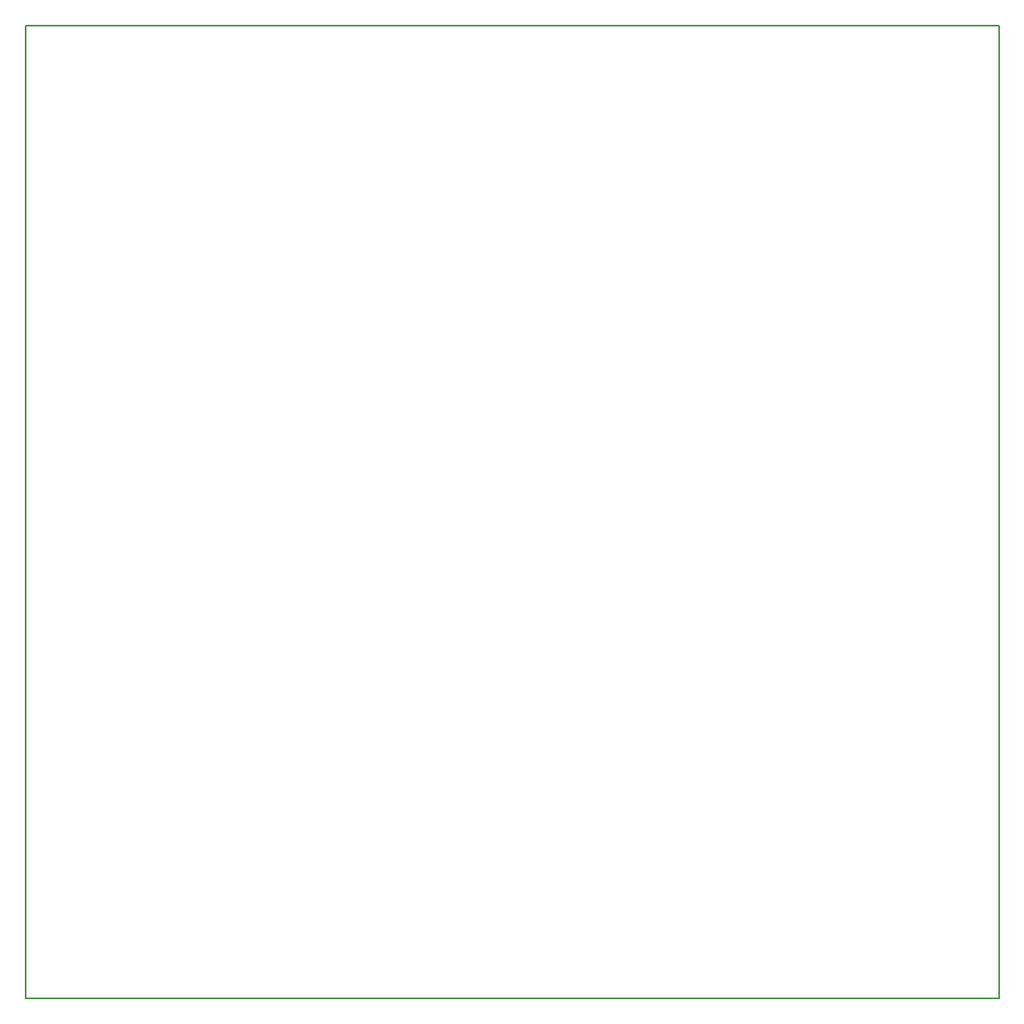
<source format=gbr>
%TF.GenerationSoftware,KiCad,Pcbnew,6.0.2-378541a8eb~116~ubuntu20.04.1*%
%TF.CreationDate,2022-04-05T22:24:09-04:00*%
%TF.ProjectId,power_board,706f7765-725f-4626-9f61-72642e6b6963,rev?*%
%TF.SameCoordinates,Original*%
%TF.FileFunction,Profile,NP*%
%FSLAX46Y46*%
G04 Gerber Fmt 4.6, Leading zero omitted, Abs format (unit mm)*
G04 Created by KiCad (PCBNEW 6.0.2-378541a8eb~116~ubuntu20.04.1) date 2022-04-05 22:24:09*
%MOMM*%
%LPD*%
G01*
G04 APERTURE LIST*
%TA.AperFunction,Profile*%
%ADD10C,0.200000*%
%TD*%
G04 APERTURE END LIST*
D10*
X36525000Y-19675000D02*
X136100000Y-19675000D01*
X136100000Y-19675000D02*
X136100000Y-119200000D01*
X136100000Y-119200000D02*
X36525000Y-119200000D01*
X36525000Y-119200000D02*
X36525000Y-19675000D01*
M02*

</source>
